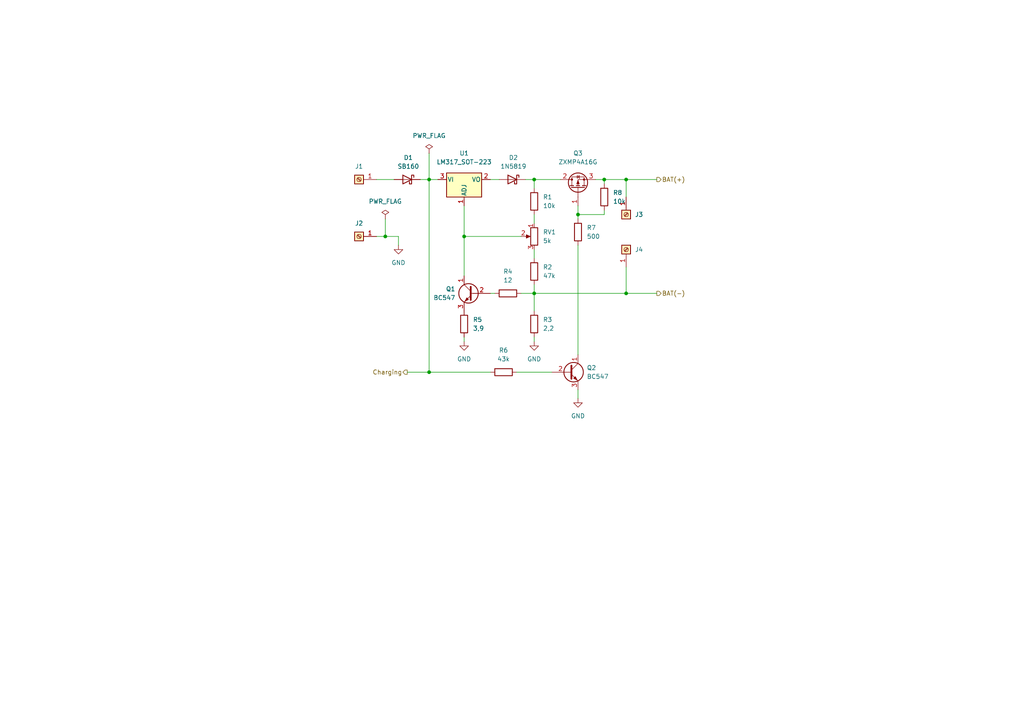
<source format=kicad_sch>
(kicad_sch (version 20211123) (generator eeschema)

  (uuid 808e37c9-7557-4dee-84e5-f8edbce69e8f)

  (paper "A4")

  (lib_symbols
    (symbol "Connector:Screw_Terminal_01x01" (pin_names (offset 1.016) hide) (in_bom yes) (on_board yes)
      (property "Reference" "J" (id 0) (at 0 2.54 0)
        (effects (font (size 1.27 1.27)))
      )
      (property "Value" "Screw_Terminal_01x01" (id 1) (at 0 -2.54 0)
        (effects (font (size 1.27 1.27)))
      )
      (property "Footprint" "" (id 2) (at 0 0 0)
        (effects (font (size 1.27 1.27)) hide)
      )
      (property "Datasheet" "~" (id 3) (at 0 0 0)
        (effects (font (size 1.27 1.27)) hide)
      )
      (property "ki_keywords" "screw terminal" (id 4) (at 0 0 0)
        (effects (font (size 1.27 1.27)) hide)
      )
      (property "ki_description" "Generic screw terminal, single row, 01x01, script generated (kicad-library-utils/schlib/autogen/connector/)" (id 5) (at 0 0 0)
        (effects (font (size 1.27 1.27)) hide)
      )
      (property "ki_fp_filters" "TerminalBlock*:*" (id 6) (at 0 0 0)
        (effects (font (size 1.27 1.27)) hide)
      )
      (symbol "Screw_Terminal_01x01_1_1"
        (rectangle (start -1.27 1.27) (end 1.27 -1.27)
          (stroke (width 0.254) (type default) (color 0 0 0 0))
          (fill (type background))
        )
        (polyline
          (pts
            (xy -0.5334 0.3302)
            (xy 0.3302 -0.508)
          )
          (stroke (width 0.1524) (type default) (color 0 0 0 0))
          (fill (type none))
        )
        (polyline
          (pts
            (xy -0.3556 0.508)
            (xy 0.508 -0.3302)
          )
          (stroke (width 0.1524) (type default) (color 0 0 0 0))
          (fill (type none))
        )
        (circle (center 0 0) (radius 0.635)
          (stroke (width 0.1524) (type default) (color 0 0 0 0))
          (fill (type none))
        )
        (pin passive line (at -5.08 0 0) (length 3.81)
          (name "Pin_1" (effects (font (size 1.27 1.27))))
          (number "1" (effects (font (size 1.27 1.27))))
        )
      )
    )
    (symbol "Device:R" (pin_numbers hide) (pin_names (offset 0)) (in_bom yes) (on_board yes)
      (property "Reference" "R" (id 0) (at 2.032 0 90)
        (effects (font (size 1.27 1.27)))
      )
      (property "Value" "R" (id 1) (at 0 0 90)
        (effects (font (size 1.27 1.27)))
      )
      (property "Footprint" "" (id 2) (at -1.778 0 90)
        (effects (font (size 1.27 1.27)) hide)
      )
      (property "Datasheet" "~" (id 3) (at 0 0 0)
        (effects (font (size 1.27 1.27)) hide)
      )
      (property "ki_keywords" "R res resistor" (id 4) (at 0 0 0)
        (effects (font (size 1.27 1.27)) hide)
      )
      (property "ki_description" "Resistor" (id 5) (at 0 0 0)
        (effects (font (size 1.27 1.27)) hide)
      )
      (property "ki_fp_filters" "R_*" (id 6) (at 0 0 0)
        (effects (font (size 1.27 1.27)) hide)
      )
      (symbol "R_0_1"
        (rectangle (start -1.016 -2.54) (end 1.016 2.54)
          (stroke (width 0.254) (type default) (color 0 0 0 0))
          (fill (type none))
        )
      )
      (symbol "R_1_1"
        (pin passive line (at 0 3.81 270) (length 1.27)
          (name "~" (effects (font (size 1.27 1.27))))
          (number "1" (effects (font (size 1.27 1.27))))
        )
        (pin passive line (at 0 -3.81 90) (length 1.27)
          (name "~" (effects (font (size 1.27 1.27))))
          (number "2" (effects (font (size 1.27 1.27))))
        )
      )
    )
    (symbol "Device:R_Potentiometer" (pin_names (offset 1.016) hide) (in_bom yes) (on_board yes)
      (property "Reference" "RV" (id 0) (at -4.445 0 90)
        (effects (font (size 1.27 1.27)))
      )
      (property "Value" "R_Potentiometer" (id 1) (at -2.54 0 90)
        (effects (font (size 1.27 1.27)))
      )
      (property "Footprint" "" (id 2) (at 0 0 0)
        (effects (font (size 1.27 1.27)) hide)
      )
      (property "Datasheet" "~" (id 3) (at 0 0 0)
        (effects (font (size 1.27 1.27)) hide)
      )
      (property "ki_keywords" "resistor variable" (id 4) (at 0 0 0)
        (effects (font (size 1.27 1.27)) hide)
      )
      (property "ki_description" "Potentiometer" (id 5) (at 0 0 0)
        (effects (font (size 1.27 1.27)) hide)
      )
      (property "ki_fp_filters" "Potentiometer*" (id 6) (at 0 0 0)
        (effects (font (size 1.27 1.27)) hide)
      )
      (symbol "R_Potentiometer_0_1"
        (polyline
          (pts
            (xy 2.54 0)
            (xy 1.524 0)
          )
          (stroke (width 0) (type default) (color 0 0 0 0))
          (fill (type none))
        )
        (polyline
          (pts
            (xy 1.143 0)
            (xy 2.286 0.508)
            (xy 2.286 -0.508)
            (xy 1.143 0)
          )
          (stroke (width 0) (type default) (color 0 0 0 0))
          (fill (type outline))
        )
        (rectangle (start 1.016 2.54) (end -1.016 -2.54)
          (stroke (width 0.254) (type default) (color 0 0 0 0))
          (fill (type none))
        )
      )
      (symbol "R_Potentiometer_1_1"
        (pin passive line (at 0 3.81 270) (length 1.27)
          (name "1" (effects (font (size 1.27 1.27))))
          (number "1" (effects (font (size 1.27 1.27))))
        )
        (pin passive line (at 3.81 0 180) (length 1.27)
          (name "2" (effects (font (size 1.27 1.27))))
          (number "2" (effects (font (size 1.27 1.27))))
        )
        (pin passive line (at 0 -3.81 90) (length 1.27)
          (name "3" (effects (font (size 1.27 1.27))))
          (number "3" (effects (font (size 1.27 1.27))))
        )
      )
    )
    (symbol "Diode:1N5819" (pin_numbers hide) (pin_names (offset 1.016) hide) (in_bom yes) (on_board yes)
      (property "Reference" "D" (id 0) (at 0 2.54 0)
        (effects (font (size 1.27 1.27)))
      )
      (property "Value" "1N5819" (id 1) (at 0 -2.54 0)
        (effects (font (size 1.27 1.27)))
      )
      (property "Footprint" "Diode_THT:D_DO-41_SOD81_P10.16mm_Horizontal" (id 2) (at 0 -4.445 0)
        (effects (font (size 1.27 1.27)) hide)
      )
      (property "Datasheet" "http://www.vishay.com/docs/88525/1n5817.pdf" (id 3) (at 0 0 0)
        (effects (font (size 1.27 1.27)) hide)
      )
      (property "ki_keywords" "diode Schottky" (id 4) (at 0 0 0)
        (effects (font (size 1.27 1.27)) hide)
      )
      (property "ki_description" "40V 1A Schottky Barrier Rectifier Diode, DO-41" (id 5) (at 0 0 0)
        (effects (font (size 1.27 1.27)) hide)
      )
      (property "ki_fp_filters" "D*DO?41*" (id 6) (at 0 0 0)
        (effects (font (size 1.27 1.27)) hide)
      )
      (symbol "1N5819_0_1"
        (polyline
          (pts
            (xy 1.27 0)
            (xy -1.27 0)
          )
          (stroke (width 0) (type default) (color 0 0 0 0))
          (fill (type none))
        )
        (polyline
          (pts
            (xy 1.27 1.27)
            (xy 1.27 -1.27)
            (xy -1.27 0)
            (xy 1.27 1.27)
          )
          (stroke (width 0.254) (type default) (color 0 0 0 0))
          (fill (type none))
        )
        (polyline
          (pts
            (xy -1.905 0.635)
            (xy -1.905 1.27)
            (xy -1.27 1.27)
            (xy -1.27 -1.27)
            (xy -0.635 -1.27)
            (xy -0.635 -0.635)
          )
          (stroke (width 0.254) (type default) (color 0 0 0 0))
          (fill (type none))
        )
      )
      (symbol "1N5819_1_1"
        (pin passive line (at -3.81 0 0) (length 2.54)
          (name "K" (effects (font (size 1.27 1.27))))
          (number "1" (effects (font (size 1.27 1.27))))
        )
        (pin passive line (at 3.81 0 180) (length 2.54)
          (name "A" (effects (font (size 1.27 1.27))))
          (number "2" (effects (font (size 1.27 1.27))))
        )
      )
    )
    (symbol "Diode:SB160" (pin_numbers hide) (pin_names (offset 1.016) hide) (in_bom yes) (on_board yes)
      (property "Reference" "D" (id 0) (at 0 2.54 0)
        (effects (font (size 1.27 1.27)))
      )
      (property "Value" "SB160" (id 1) (at 0 -2.54 0)
        (effects (font (size 1.27 1.27)))
      )
      (property "Footprint" "Diode_THT:D_DO-41_SOD81_P10.16mm_Horizontal" (id 2) (at 0 -4.445 0)
        (effects (font (size 1.27 1.27)) hide)
      )
      (property "Datasheet" "http://www.diodes.com/_files/datasheets/ds23022.pdf" (id 3) (at 0 0 0)
        (effects (font (size 1.27 1.27)) hide)
      )
      (property "ki_keywords" "diode Schottky" (id 4) (at 0 0 0)
        (effects (font (size 1.27 1.27)) hide)
      )
      (property "ki_description" "60V 1A Schottky Barrier Rectifier Diode, DO-41" (id 5) (at 0 0 0)
        (effects (font (size 1.27 1.27)) hide)
      )
      (property "ki_fp_filters" "D*DO?41*" (id 6) (at 0 0 0)
        (effects (font (size 1.27 1.27)) hide)
      )
      (symbol "SB160_0_1"
        (polyline
          (pts
            (xy 1.27 0)
            (xy -1.27 0)
          )
          (stroke (width 0) (type default) (color 0 0 0 0))
          (fill (type none))
        )
        (polyline
          (pts
            (xy 1.27 1.27)
            (xy 1.27 -1.27)
            (xy -1.27 0)
            (xy 1.27 1.27)
          )
          (stroke (width 0.254) (type default) (color 0 0 0 0))
          (fill (type none))
        )
        (polyline
          (pts
            (xy -1.905 0.635)
            (xy -1.905 1.27)
            (xy -1.27 1.27)
            (xy -1.27 -1.27)
            (xy -0.635 -1.27)
            (xy -0.635 -0.635)
          )
          (stroke (width 0.254) (type default) (color 0 0 0 0))
          (fill (type none))
        )
      )
      (symbol "SB160_1_1"
        (pin passive line (at -3.81 0 0) (length 2.54)
          (name "K" (effects (font (size 1.27 1.27))))
          (number "1" (effects (font (size 1.27 1.27))))
        )
        (pin passive line (at 3.81 0 180) (length 2.54)
          (name "A" (effects (font (size 1.27 1.27))))
          (number "2" (effects (font (size 1.27 1.27))))
        )
      )
    )
    (symbol "Regulator_Linear:LM317_SOT-223" (pin_names (offset 0.254)) (in_bom yes) (on_board yes)
      (property "Reference" "U" (id 0) (at -3.81 3.175 0)
        (effects (font (size 1.27 1.27)))
      )
      (property "Value" "LM317_SOT-223" (id 1) (at 0 3.175 0)
        (effects (font (size 1.27 1.27)) (justify left))
      )
      (property "Footprint" "Package_TO_SOT_SMD:SOT-223-3_TabPin2" (id 2) (at 0 6.35 0)
        (effects (font (size 1.27 1.27) italic) hide)
      )
      (property "Datasheet" "http://www.ti.com/lit/ds/symlink/lm317.pdf" (id 3) (at 0 0 0)
        (effects (font (size 1.27 1.27)) hide)
      )
      (property "ki_keywords" "Adjustable Voltage Regulator 1A Positive" (id 4) (at 0 0 0)
        (effects (font (size 1.27 1.27)) hide)
      )
      (property "ki_description" "1.5A 35V Adjustable Linear Regulator, SOT-223" (id 5) (at 0 0 0)
        (effects (font (size 1.27 1.27)) hide)
      )
      (property "ki_fp_filters" "SOT?223*TabPin2*" (id 6) (at 0 0 0)
        (effects (font (size 1.27 1.27)) hide)
      )
      (symbol "LM317_SOT-223_0_1"
        (rectangle (start -5.08 1.905) (end 5.08 -5.08)
          (stroke (width 0.254) (type default) (color 0 0 0 0))
          (fill (type background))
        )
      )
      (symbol "LM317_SOT-223_1_1"
        (pin input line (at 0 -7.62 90) (length 2.54)
          (name "ADJ" (effects (font (size 1.27 1.27))))
          (number "1" (effects (font (size 1.27 1.27))))
        )
        (pin power_out line (at 7.62 0 180) (length 2.54)
          (name "VO" (effects (font (size 1.27 1.27))))
          (number "2" (effects (font (size 1.27 1.27))))
        )
        (pin power_in line (at -7.62 0 0) (length 2.54)
          (name "VI" (effects (font (size 1.27 1.27))))
          (number "3" (effects (font (size 1.27 1.27))))
        )
      )
    )
    (symbol "Transistor_BJT:BC547" (pin_names (offset 0) hide) (in_bom yes) (on_board yes)
      (property "Reference" "Q" (id 0) (at 5.08 1.905 0)
        (effects (font (size 1.27 1.27)) (justify left))
      )
      (property "Value" "BC547" (id 1) (at 5.08 0 0)
        (effects (font (size 1.27 1.27)) (justify left))
      )
      (property "Footprint" "Package_TO_SOT_THT:TO-92_Inline" (id 2) (at 5.08 -1.905 0)
        (effects (font (size 1.27 1.27) italic) (justify left) hide)
      )
      (property "Datasheet" "https://www.onsemi.com/pub/Collateral/BC550-D.pdf" (id 3) (at 0 0 0)
        (effects (font (size 1.27 1.27)) (justify left) hide)
      )
      (property "ki_keywords" "NPN Transistor" (id 4) (at 0 0 0)
        (effects (font (size 1.27 1.27)) hide)
      )
      (property "ki_description" "0.1A Ic, 45V Vce, Small Signal NPN Transistor, TO-92" (id 5) (at 0 0 0)
        (effects (font (size 1.27 1.27)) hide)
      )
      (property "ki_fp_filters" "TO?92*" (id 6) (at 0 0 0)
        (effects (font (size 1.27 1.27)) hide)
      )
      (symbol "BC547_0_1"
        (polyline
          (pts
            (xy 0 0)
            (xy 0.635 0)
          )
          (stroke (width 0) (type default) (color 0 0 0 0))
          (fill (type none))
        )
        (polyline
          (pts
            (xy 0.635 0.635)
            (xy 2.54 2.54)
          )
          (stroke (width 0) (type default) (color 0 0 0 0))
          (fill (type none))
        )
        (polyline
          (pts
            (xy 0.635 -0.635)
            (xy 2.54 -2.54)
            (xy 2.54 -2.54)
          )
          (stroke (width 0) (type default) (color 0 0 0 0))
          (fill (type none))
        )
        (polyline
          (pts
            (xy 0.635 1.905)
            (xy 0.635 -1.905)
            (xy 0.635 -1.905)
          )
          (stroke (width 0.508) (type default) (color 0 0 0 0))
          (fill (type none))
        )
        (polyline
          (pts
            (xy 1.27 -1.778)
            (xy 1.778 -1.27)
            (xy 2.286 -2.286)
            (xy 1.27 -1.778)
            (xy 1.27 -1.778)
          )
          (stroke (width 0) (type default) (color 0 0 0 0))
          (fill (type outline))
        )
        (circle (center 1.27 0) (radius 2.8194)
          (stroke (width 0.254) (type default) (color 0 0 0 0))
          (fill (type none))
        )
      )
      (symbol "BC547_1_1"
        (pin passive line (at 2.54 5.08 270) (length 2.54)
          (name "C" (effects (font (size 1.27 1.27))))
          (number "1" (effects (font (size 1.27 1.27))))
        )
        (pin input line (at -5.08 0 0) (length 5.08)
          (name "B" (effects (font (size 1.27 1.27))))
          (number "2" (effects (font (size 1.27 1.27))))
        )
        (pin passive line (at 2.54 -5.08 90) (length 2.54)
          (name "E" (effects (font (size 1.27 1.27))))
          (number "3" (effects (font (size 1.27 1.27))))
        )
      )
    )
    (symbol "Transistor_FET:ZXMP4A16G" (pin_names hide) (in_bom yes) (on_board yes)
      (property "Reference" "Q" (id 0) (at 5.08 1.905 0)
        (effects (font (size 1.27 1.27)) (justify left))
      )
      (property "Value" "ZXMP4A16G" (id 1) (at 5.08 0 0)
        (effects (font (size 1.27 1.27)) (justify left))
      )
      (property "Footprint" "Package_TO_SOT_SMD:SOT-223-3_TabPin2" (id 2) (at 5.08 -1.905 0)
        (effects (font (size 1.27 1.27) italic) (justify left) hide)
      )
      (property "Datasheet" "https://www.diodes.com/assets/Datasheets/ZXMP4A16G.pdf" (id 3) (at 0 0 0)
        (effects (font (size 1.27 1.27)) (justify left) hide)
      )
      (property "ki_keywords" "P-Channel MOSFET" (id 4) (at 0 0 0)
        (effects (font (size 1.27 1.27)) hide)
      )
      (property "ki_description" "-6.4A Id, -40V Vds, P-Channel MOSFET, SOT-223" (id 5) (at 0 0 0)
        (effects (font (size 1.27 1.27)) hide)
      )
      (property "ki_fp_filters" "SOT?223*" (id 6) (at 0 0 0)
        (effects (font (size 1.27 1.27)) hide)
      )
      (symbol "ZXMP4A16G_0_1"
        (polyline
          (pts
            (xy 0.254 0)
            (xy -2.54 0)
          )
          (stroke (width 0) (type default) (color 0 0 0 0))
          (fill (type none))
        )
        (polyline
          (pts
            (xy 0.254 1.905)
            (xy 0.254 -1.905)
          )
          (stroke (width 0.254) (type default) (color 0 0 0 0))
          (fill (type none))
        )
        (polyline
          (pts
            (xy 0.762 -1.27)
            (xy 0.762 -2.286)
          )
          (stroke (width 0.254) (type default) (color 0 0 0 0))
          (fill (type none))
        )
        (polyline
          (pts
            (xy 0.762 0.508)
            (xy 0.762 -0.508)
          )
          (stroke (width 0.254) (type default) (color 0 0 0 0))
          (fill (type none))
        )
        (polyline
          (pts
            (xy 0.762 2.286)
            (xy 0.762 1.27)
          )
          (stroke (width 0.254) (type default) (color 0 0 0 0))
          (fill (type none))
        )
        (polyline
          (pts
            (xy 2.54 2.54)
            (xy 2.54 1.778)
          )
          (stroke (width 0) (type default) (color 0 0 0 0))
          (fill (type none))
        )
        (polyline
          (pts
            (xy 2.54 -2.54)
            (xy 2.54 0)
            (xy 0.762 0)
          )
          (stroke (width 0) (type default) (color 0 0 0 0))
          (fill (type none))
        )
        (polyline
          (pts
            (xy 0.762 1.778)
            (xy 3.302 1.778)
            (xy 3.302 -1.778)
            (xy 0.762 -1.778)
          )
          (stroke (width 0) (type default) (color 0 0 0 0))
          (fill (type none))
        )
        (polyline
          (pts
            (xy 2.286 0)
            (xy 1.27 0.381)
            (xy 1.27 -0.381)
            (xy 2.286 0)
          )
          (stroke (width 0) (type default) (color 0 0 0 0))
          (fill (type outline))
        )
        (polyline
          (pts
            (xy 2.794 -0.508)
            (xy 2.921 -0.381)
            (xy 3.683 -0.381)
            (xy 3.81 -0.254)
          )
          (stroke (width 0) (type default) (color 0 0 0 0))
          (fill (type none))
        )
        (polyline
          (pts
            (xy 3.302 -0.381)
            (xy 2.921 0.254)
            (xy 3.683 0.254)
            (xy 3.302 -0.381)
          )
          (stroke (width 0) (type default) (color 0 0 0 0))
          (fill (type none))
        )
        (circle (center 1.651 0) (radius 2.794)
          (stroke (width 0.254) (type default) (color 0 0 0 0))
          (fill (type none))
        )
        (circle (center 2.54 -1.778) (radius 0.254)
          (stroke (width 0) (type default) (color 0 0 0 0))
          (fill (type outline))
        )
        (circle (center 2.54 1.778) (radius 0.254)
          (stroke (width 0) (type default) (color 0 0 0 0))
          (fill (type outline))
        )
      )
      (symbol "ZXMP4A16G_1_1"
        (pin input line (at -5.08 0 0) (length 2.54)
          (name "G" (effects (font (size 1.27 1.27))))
          (number "1" (effects (font (size 1.27 1.27))))
        )
        (pin passive line (at 2.54 5.08 270) (length 2.54)
          (name "D" (effects (font (size 1.27 1.27))))
          (number "2" (effects (font (size 1.27 1.27))))
        )
        (pin passive line (at 2.54 -5.08 90) (length 2.54)
          (name "S" (effects (font (size 1.27 1.27))))
          (number "3" (effects (font (size 1.27 1.27))))
        )
      )
    )
    (symbol "power:GND" (power) (pin_names (offset 0)) (in_bom yes) (on_board yes)
      (property "Reference" "#PWR" (id 0) (at 0 -6.35 0)
        (effects (font (size 1.27 1.27)) hide)
      )
      (property "Value" "GND" (id 1) (at 0 -3.81 0)
        (effects (font (size 1.27 1.27)))
      )
      (property "Footprint" "" (id 2) (at 0 0 0)
        (effects (font (size 1.27 1.27)) hide)
      )
      (property "Datasheet" "" (id 3) (at 0 0 0)
        (effects (font (size 1.27 1.27)) hide)
      )
      (property "ki_keywords" "power-flag" (id 4) (at 0 0 0)
        (effects (font (size 1.27 1.27)) hide)
      )
      (property "ki_description" "Power symbol creates a global label with name \"GND\" , ground" (id 5) (at 0 0 0)
        (effects (font (size 1.27 1.27)) hide)
      )
      (symbol "GND_0_1"
        (polyline
          (pts
            (xy 0 0)
            (xy 0 -1.27)
            (xy 1.27 -1.27)
            (xy 0 -2.54)
            (xy -1.27 -1.27)
            (xy 0 -1.27)
          )
          (stroke (width 0) (type default) (color 0 0 0 0))
          (fill (type none))
        )
      )
      (symbol "GND_1_1"
        (pin power_in line (at 0 0 270) (length 0) hide
          (name "GND" (effects (font (size 1.27 1.27))))
          (number "1" (effects (font (size 1.27 1.27))))
        )
      )
    )
    (symbol "power:PWR_FLAG" (power) (pin_numbers hide) (pin_names (offset 0) hide) (in_bom yes) (on_board yes)
      (property "Reference" "#FLG" (id 0) (at 0 1.905 0)
        (effects (font (size 1.27 1.27)) hide)
      )
      (property "Value" "PWR_FLAG" (id 1) (at 0 3.81 0)
        (effects (font (size 1.27 1.27)))
      )
      (property "Footprint" "" (id 2) (at 0 0 0)
        (effects (font (size 1.27 1.27)) hide)
      )
      (property "Datasheet" "~" (id 3) (at 0 0 0)
        (effects (font (size 1.27 1.27)) hide)
      )
      (property "ki_keywords" "power-flag" (id 4) (at 0 0 0)
        (effects (font (size 1.27 1.27)) hide)
      )
      (property "ki_description" "Special symbol for telling ERC where power comes from" (id 5) (at 0 0 0)
        (effects (font (size 1.27 1.27)) hide)
      )
      (symbol "PWR_FLAG_0_0"
        (pin power_out line (at 0 0 90) (length 0)
          (name "pwr" (effects (font (size 1.27 1.27))))
          (number "1" (effects (font (size 1.27 1.27))))
        )
      )
      (symbol "PWR_FLAG_0_1"
        (polyline
          (pts
            (xy 0 0)
            (xy 0 1.27)
            (xy -1.016 1.905)
            (xy 0 2.54)
            (xy 1.016 1.905)
            (xy 0 1.27)
          )
          (stroke (width 0) (type default) (color 0 0 0 0))
          (fill (type none))
        )
      )
    )
  )

  (junction (at 124.46 107.95) (diameter 0) (color 0 0 0 0)
    (uuid 1049b980-18ba-4b0f-bb5c-2c17d0a6432d)
  )
  (junction (at 154.94 85.09) (diameter 0) (color 0 0 0 0)
    (uuid 1c28384a-8c83-41cd-adf0-1b94e2269d34)
  )
  (junction (at 181.61 85.09) (diameter 0) (color 0 0 0 0)
    (uuid 7567ac1c-aa8f-491c-ba27-b607d346a903)
  )
  (junction (at 167.64 62.23) (diameter 0) (color 0 0 0 0)
    (uuid a340ab6d-9903-40cb-aa5d-49d9206ba0f7)
  )
  (junction (at 124.46 52.07) (diameter 0) (color 0 0 0 0)
    (uuid b99a815e-8a1d-44b4-9836-b4cef9806c23)
  )
  (junction (at 154.94 52.07) (diameter 0) (color 0 0 0 0)
    (uuid cc099bfc-daf7-47c6-b261-ece533e67911)
  )
  (junction (at 111.76 68.58) (diameter 0) (color 0 0 0 0)
    (uuid d4308a10-ac84-4f4c-baa8-355109eaf25f)
  )
  (junction (at 181.61 52.07) (diameter 0) (color 0 0 0 0)
    (uuid d7c2f242-b618-4a1d-8be5-e09d3e5a28b8)
  )
  (junction (at 134.62 68.58) (diameter 0) (color 0 0 0 0)
    (uuid e346254c-2d1a-491d-b485-0f165d90b647)
  )
  (junction (at 175.26 52.07) (diameter 0) (color 0 0 0 0)
    (uuid f9980e8c-24a2-401d-ba2a-42e0fa7129b0)
  )

  (wire (pts (xy 124.46 44.45) (xy 124.46 52.07))
    (stroke (width 0) (type default) (color 0 0 0 0))
    (uuid 045d84a8-6511-4795-9652-74275937c23a)
  )
  (wire (pts (xy 142.24 107.95) (xy 124.46 107.95))
    (stroke (width 0) (type default) (color 0 0 0 0))
    (uuid 05b410da-dd96-4e41-91a3-5c6fe84aabae)
  )
  (wire (pts (xy 134.62 68.58) (xy 134.62 80.01))
    (stroke (width 0) (type default) (color 0 0 0 0))
    (uuid 0dc9b817-f338-484e-845f-15c4bafda914)
  )
  (wire (pts (xy 181.61 57.15) (xy 181.61 52.07))
    (stroke (width 0) (type default) (color 0 0 0 0))
    (uuid 0f89da3a-60c8-4049-8321-73e9faa05a44)
  )
  (wire (pts (xy 167.64 71.12) (xy 167.64 102.87))
    (stroke (width 0) (type default) (color 0 0 0 0))
    (uuid 10f5cfb8-6ecf-4953-8b58-bf51fd6bce02)
  )
  (wire (pts (xy 111.76 63.5) (xy 111.76 68.58))
    (stroke (width 0) (type default) (color 0 0 0 0))
    (uuid 164dc5ab-ec5d-4fe4-9031-cbb58f6f5477)
  )
  (wire (pts (xy 124.46 52.07) (xy 127 52.07))
    (stroke (width 0) (type default) (color 0 0 0 0))
    (uuid 178faf2f-fe06-49b5-bad9-af677521fbb1)
  )
  (wire (pts (xy 154.94 52.07) (xy 162.56 52.07))
    (stroke (width 0) (type default) (color 0 0 0 0))
    (uuid 18a6d96f-970d-4d2c-a251-9e2e14f3fcf1)
  )
  (wire (pts (xy 181.61 52.07) (xy 175.26 52.07))
    (stroke (width 0) (type default) (color 0 0 0 0))
    (uuid 2961703f-aa80-41c3-9e78-1fb3beb9d337)
  )
  (wire (pts (xy 134.62 59.69) (xy 134.62 68.58))
    (stroke (width 0) (type default) (color 0 0 0 0))
    (uuid 2c05f545-c610-464c-952b-32a26ae6196a)
  )
  (wire (pts (xy 118.11 107.95) (xy 124.46 107.95))
    (stroke (width 0) (type default) (color 0 0 0 0))
    (uuid 2d8184ce-1df5-4faf-b42e-abd92dfef2b8)
  )
  (wire (pts (xy 151.13 85.09) (xy 154.94 85.09))
    (stroke (width 0) (type default) (color 0 0 0 0))
    (uuid 3be07d4f-8c3f-415c-830e-832413e8c4b7)
  )
  (wire (pts (xy 134.62 68.58) (xy 151.13 68.58))
    (stroke (width 0) (type default) (color 0 0 0 0))
    (uuid 522900ce-4b8d-4986-9326-f20d5956de84)
  )
  (wire (pts (xy 181.61 77.47) (xy 181.61 85.09))
    (stroke (width 0) (type default) (color 0 0 0 0))
    (uuid 5e42748a-0f2b-4f7c-bd97-811353bc9fad)
  )
  (wire (pts (xy 109.22 52.07) (xy 114.3 52.07))
    (stroke (width 0) (type default) (color 0 0 0 0))
    (uuid 6ef068c7-1158-4924-bd4e-85e37fef1b39)
  )
  (wire (pts (xy 154.94 54.61) (xy 154.94 52.07))
    (stroke (width 0) (type default) (color 0 0 0 0))
    (uuid 745b01af-ba02-457b-aa88-e1d333796e5e)
  )
  (wire (pts (xy 154.94 85.09) (xy 154.94 90.17))
    (stroke (width 0) (type default) (color 0 0 0 0))
    (uuid 76b21a3f-6533-4f07-9572-d41e6a49250c)
  )
  (wire (pts (xy 172.72 52.07) (xy 175.26 52.07))
    (stroke (width 0) (type default) (color 0 0 0 0))
    (uuid 78f652f3-858c-4dca-b193-144fdf349294)
  )
  (wire (pts (xy 154.94 62.23) (xy 154.94 64.77))
    (stroke (width 0) (type default) (color 0 0 0 0))
    (uuid 7a308a82-303d-4a57-a9e9-261f82057ae0)
  )
  (wire (pts (xy 142.24 52.07) (xy 144.78 52.07))
    (stroke (width 0) (type default) (color 0 0 0 0))
    (uuid 7a3ae6a2-7f3d-4c94-b12e-c15cea25e3c4)
  )
  (wire (pts (xy 134.62 97.79) (xy 134.62 99.06))
    (stroke (width 0) (type default) (color 0 0 0 0))
    (uuid 84dcf2e3-d15f-42f3-8212-655700c2f18e)
  )
  (wire (pts (xy 154.94 52.07) (xy 152.4 52.07))
    (stroke (width 0) (type default) (color 0 0 0 0))
    (uuid 86668cf1-cca2-43df-bbe3-6291996d42a5)
  )
  (wire (pts (xy 115.57 68.58) (xy 111.76 68.58))
    (stroke (width 0) (type default) (color 0 0 0 0))
    (uuid 86c9b14b-3b31-4507-899a-258d963e93e6)
  )
  (wire (pts (xy 167.64 62.23) (xy 175.26 62.23))
    (stroke (width 0) (type default) (color 0 0 0 0))
    (uuid 896accbf-fc28-482a-9ab4-efbbd94e09ee)
  )
  (wire (pts (xy 175.26 62.23) (xy 175.26 60.96))
    (stroke (width 0) (type default) (color 0 0 0 0))
    (uuid 8ea4bec1-c534-4a9c-900e-29850e126eb8)
  )
  (wire (pts (xy 142.24 85.09) (xy 143.51 85.09))
    (stroke (width 0) (type default) (color 0 0 0 0))
    (uuid 941ed3df-ce8c-4a78-af96-fb1a1b350111)
  )
  (wire (pts (xy 121.92 52.07) (xy 124.46 52.07))
    (stroke (width 0) (type default) (color 0 0 0 0))
    (uuid 956b9b98-7a1d-411a-a621-9affae6929ee)
  )
  (wire (pts (xy 181.61 52.07) (xy 190.5 52.07))
    (stroke (width 0) (type default) (color 0 0 0 0))
    (uuid 984ca835-7845-4f23-b87d-51de754c058c)
  )
  (wire (pts (xy 175.26 52.07) (xy 175.26 53.34))
    (stroke (width 0) (type default) (color 0 0 0 0))
    (uuid 9e524e8a-47d2-45d8-a78c-7721827f4c9c)
  )
  (wire (pts (xy 149.86 107.95) (xy 160.02 107.95))
    (stroke (width 0) (type default) (color 0 0 0 0))
    (uuid af442627-3a18-40b1-bd75-4bfe2f0b2664)
  )
  (wire (pts (xy 154.94 85.09) (xy 181.61 85.09))
    (stroke (width 0) (type default) (color 0 0 0 0))
    (uuid b20599f0-9394-41e9-b270-a70c59698564)
  )
  (wire (pts (xy 115.57 71.12) (xy 115.57 68.58))
    (stroke (width 0) (type default) (color 0 0 0 0))
    (uuid b27f6d7d-f754-4e74-b025-a6d1da2caf8b)
  )
  (wire (pts (xy 167.64 62.23) (xy 167.64 63.5))
    (stroke (width 0) (type default) (color 0 0 0 0))
    (uuid bc73ed25-506b-4afd-8755-4e05425e5309)
  )
  (wire (pts (xy 111.76 68.58) (xy 109.22 68.58))
    (stroke (width 0) (type default) (color 0 0 0 0))
    (uuid bc956c90-beba-4015-ae6e-0995800a545f)
  )
  (wire (pts (xy 181.61 85.09) (xy 190.5 85.09))
    (stroke (width 0) (type default) (color 0 0 0 0))
    (uuid c6b1b1b5-8e67-491b-adb5-32a86a6d5161)
  )
  (wire (pts (xy 167.64 59.69) (xy 167.64 62.23))
    (stroke (width 0) (type default) (color 0 0 0 0))
    (uuid d468a7ab-94aa-4222-934b-d8dae4ed5656)
  )
  (wire (pts (xy 154.94 97.79) (xy 154.94 99.06))
    (stroke (width 0) (type default) (color 0 0 0 0))
    (uuid e0a15261-4626-4a4d-bc2b-af0981b24890)
  )
  (wire (pts (xy 124.46 107.95) (xy 124.46 52.07))
    (stroke (width 0) (type default) (color 0 0 0 0))
    (uuid e18d200c-0af8-4b83-a64e-b506d04e4432)
  )
  (wire (pts (xy 154.94 85.09) (xy 154.94 82.55))
    (stroke (width 0) (type default) (color 0 0 0 0))
    (uuid e518f859-b085-45a3-9348-8707df5862de)
  )
  (wire (pts (xy 167.64 113.03) (xy 167.64 115.57))
    (stroke (width 0) (type default) (color 0 0 0 0))
    (uuid e8865d6f-02b0-4fee-80aa-9f171a53fda1)
  )
  (wire (pts (xy 154.94 72.39) (xy 154.94 74.93))
    (stroke (width 0) (type default) (color 0 0 0 0))
    (uuid ebacfba8-9d90-4b13-8e38-670044ac763e)
  )

  (hierarchical_label "BAT(-)" (shape output) (at 190.5 85.09 0)
    (effects (font (size 1.27 1.27)) (justify left))
    (uuid 8b592d3b-0824-49ef-b381-84f8518dcee3)
  )
  (hierarchical_label "BAT(+)" (shape output) (at 190.5 52.07 0)
    (effects (font (size 1.27 1.27)) (justify left))
    (uuid 95e547b1-7c64-453a-b007-6259788a1b26)
  )
  (hierarchical_label "Charging" (shape output) (at 118.11 107.95 180)
    (effects (font (size 1.27 1.27)) (justify right))
    (uuid d6040b4c-c448-4613-ab0d-943ee0ea6ecc)
  )

  (symbol (lib_id "Transistor_FET:ZXMP4A16G") (at 167.64 54.61 90) (unit 1)
    (in_bom yes) (on_board yes) (fields_autoplaced)
    (uuid 16a9718d-07c5-4df3-afa2-28f0913d98b2)
    (property "Reference" "Q3" (id 0) (at 167.64 44.45 90))
    (property "Value" "ZXMP4A16G" (id 1) (at 167.64 46.99 90))
    (property "Footprint" "Package_TO_SOT_SMD:SOT-223-3_TabPin2" (id 2) (at 169.545 49.53 0)
      (effects (font (size 1.27 1.27) italic) (justify left) hide)
    )
    (property "Datasheet" "https://www.diodes.com/assets/Datasheets/ZXMP4A16G.pdf" (id 3) (at 167.64 54.61 0)
      (effects (font (size 1.27 1.27)) (justify left) hide)
    )
    (pin "1" (uuid 79749ec6-a9cd-48b1-a855-66c2f58bc121))
    (pin "2" (uuid 9f55be82-5545-4a13-9d43-7cd927d46c09))
    (pin "3" (uuid 3bf70a6c-cb59-441d-9e44-8131c613eb74))
  )

  (symbol (lib_id "power:GND") (at 134.62 99.06 0) (unit 1)
    (in_bom yes) (on_board yes) (fields_autoplaced)
    (uuid 28f3bfc3-80a2-4e06-b860-d9d383c81d9b)
    (property "Reference" "#PWR0104" (id 0) (at 134.62 105.41 0)
      (effects (font (size 1.27 1.27)) hide)
    )
    (property "Value" "GND" (id 1) (at 134.62 104.14 0))
    (property "Footprint" "" (id 2) (at 134.62 99.06 0)
      (effects (font (size 1.27 1.27)) hide)
    )
    (property "Datasheet" "" (id 3) (at 134.62 99.06 0)
      (effects (font (size 1.27 1.27)) hide)
    )
    (pin "1" (uuid a129527b-b5da-455f-aca6-af0100ee5600))
  )

  (symbol (lib_id "power:PWR_FLAG") (at 111.76 63.5 0) (unit 1)
    (in_bom yes) (on_board yes) (fields_autoplaced)
    (uuid 2ed13781-d0be-4870-9fcd-de3545f714e2)
    (property "Reference" "#FLG0102" (id 0) (at 111.76 61.595 0)
      (effects (font (size 1.27 1.27)) hide)
    )
    (property "Value" "PWR_FLAG" (id 1) (at 111.76 58.42 0))
    (property "Footprint" "" (id 2) (at 111.76 63.5 0)
      (effects (font (size 1.27 1.27)) hide)
    )
    (property "Datasheet" "~" (id 3) (at 111.76 63.5 0)
      (effects (font (size 1.27 1.27)) hide)
    )
    (pin "1" (uuid 8dbd1646-50f5-49e9-be14-f0a214b4224c))
  )

  (symbol (lib_id "Device:R") (at 154.94 78.74 0) (unit 1)
    (in_bom yes) (on_board yes) (fields_autoplaced)
    (uuid 31e58f8e-484f-4ce1-9102-8b3a7001fe97)
    (property "Reference" "R2" (id 0) (at 157.48 77.4699 0)
      (effects (font (size 1.27 1.27)) (justify left))
    )
    (property "Value" "47k" (id 1) (at 157.48 80.0099 0)
      (effects (font (size 1.27 1.27)) (justify left))
    )
    (property "Footprint" "" (id 2) (at 153.162 78.74 90)
      (effects (font (size 1.27 1.27)) hide)
    )
    (property "Datasheet" "~" (id 3) (at 154.94 78.74 0)
      (effects (font (size 1.27 1.27)) hide)
    )
    (pin "1" (uuid fab5b09f-c37a-4f67-9ca8-2725202be965))
    (pin "2" (uuid 79878d61-58ce-462f-81a6-e0f55e5c325b))
  )

  (symbol (lib_id "Device:R") (at 147.32 85.09 90) (unit 1)
    (in_bom yes) (on_board yes) (fields_autoplaced)
    (uuid 3473ebaf-731d-4ff3-8844-577d407dd848)
    (property "Reference" "R4" (id 0) (at 147.32 78.74 90))
    (property "Value" "12" (id 1) (at 147.32 81.28 90))
    (property "Footprint" "" (id 2) (at 147.32 86.868 90)
      (effects (font (size 1.27 1.27)) hide)
    )
    (property "Datasheet" "~" (id 3) (at 147.32 85.09 0)
      (effects (font (size 1.27 1.27)) hide)
    )
    (pin "1" (uuid 2422e5d8-609c-422e-9c35-1d369db87b27))
    (pin "2" (uuid 5c9e3c7c-4bc1-4ca2-9cf4-20f658509f80))
  )

  (symbol (lib_id "Transistor_BJT:BC547") (at 137.16 85.09 0) (mirror y) (unit 1)
    (in_bom yes) (on_board yes) (fields_autoplaced)
    (uuid 3cf53258-732e-42f0-a07d-cac853124f5c)
    (property "Reference" "Q1" (id 0) (at 132.08 83.8199 0)
      (effects (font (size 1.27 1.27)) (justify left))
    )
    (property "Value" "BC547" (id 1) (at 132.08 86.3599 0)
      (effects (font (size 1.27 1.27)) (justify left))
    )
    (property "Footprint" "Package_TO_SOT_THT:TO-92_Inline" (id 2) (at 132.08 86.995 0)
      (effects (font (size 1.27 1.27) italic) (justify left) hide)
    )
    (property "Datasheet" "https://www.onsemi.com/pub/Collateral/BC550-D.pdf" (id 3) (at 137.16 85.09 0)
      (effects (font (size 1.27 1.27)) (justify left) hide)
    )
    (pin "1" (uuid 9481eac8-ab32-4fe0-93ae-743570a40882))
    (pin "2" (uuid 849d9057-3d58-41e1-9e35-a5179acf87ac))
    (pin "3" (uuid 1c380d61-3e9b-4767-b201-cd25779a7e70))
  )

  (symbol (lib_id "power:GND") (at 115.57 71.12 0) (unit 1)
    (in_bom yes) (on_board yes) (fields_autoplaced)
    (uuid 402a6f76-0778-4e7f-996f-8a45b404abc9)
    (property "Reference" "#PWR0103" (id 0) (at 115.57 77.47 0)
      (effects (font (size 1.27 1.27)) hide)
    )
    (property "Value" "GND" (id 1) (at 115.57 76.2 0))
    (property "Footprint" "" (id 2) (at 115.57 71.12 0)
      (effects (font (size 1.27 1.27)) hide)
    )
    (property "Datasheet" "" (id 3) (at 115.57 71.12 0)
      (effects (font (size 1.27 1.27)) hide)
    )
    (pin "1" (uuid aa36cb8b-d8ab-44ff-9968-f1a74fc166ba))
  )

  (symbol (lib_id "Device:R") (at 154.94 93.98 0) (unit 1)
    (in_bom yes) (on_board yes) (fields_autoplaced)
    (uuid 447a0e73-c773-48ee-8766-810406742932)
    (property "Reference" "R3" (id 0) (at 157.48 92.7099 0)
      (effects (font (size 1.27 1.27)) (justify left))
    )
    (property "Value" "2,2" (id 1) (at 157.48 95.2499 0)
      (effects (font (size 1.27 1.27)) (justify left))
    )
    (property "Footprint" "" (id 2) (at 153.162 93.98 90)
      (effects (font (size 1.27 1.27)) hide)
    )
    (property "Datasheet" "~" (id 3) (at 154.94 93.98 0)
      (effects (font (size 1.27 1.27)) hide)
    )
    (pin "1" (uuid 065356c3-fbcc-4a83-bb19-61faeda25a92))
    (pin "2" (uuid b01ca38a-b977-402b-904c-768fce517853))
  )

  (symbol (lib_id "Connector:Screw_Terminal_01x01") (at 104.14 52.07 180) (unit 1)
    (in_bom yes) (on_board yes) (fields_autoplaced)
    (uuid 46217997-2de1-4c68-b788-8d4a9bc64989)
    (property "Reference" "J1" (id 0) (at 104.14 48.26 0))
    (property "Value" "Screw_Terminal_01x01" (id 1) (at 102.8701 54.61 90)
      (effects (font (size 1.27 1.27)) (justify left) hide)
    )
    (property "Footprint" "" (id 2) (at 104.14 52.07 0)
      (effects (font (size 1.27 1.27)) hide)
    )
    (property "Datasheet" "~" (id 3) (at 104.14 52.07 0)
      (effects (font (size 1.27 1.27)) hide)
    )
    (pin "1" (uuid 82d5c058-6618-4fbf-87d4-a65ab52c2323))
  )

  (symbol (lib_id "Connector:Screw_Terminal_01x01") (at 181.61 62.23 270) (unit 1)
    (in_bom yes) (on_board yes) (fields_autoplaced)
    (uuid 49786339-7cb6-4228-8f38-c8c1715210aa)
    (property "Reference" "J3" (id 0) (at 184.15 62.2299 90)
      (effects (font (size 1.27 1.27)) (justify left))
    )
    (property "Value" "Screw_Terminal_01x01" (id 1) (at 184.15 63.4999 90)
      (effects (font (size 1.27 1.27)) (justify left) hide)
    )
    (property "Footprint" "" (id 2) (at 181.61 62.23 0)
      (effects (font (size 1.27 1.27)) hide)
    )
    (property "Datasheet" "~" (id 3) (at 181.61 62.23 0)
      (effects (font (size 1.27 1.27)) hide)
    )
    (pin "1" (uuid 32d15bc8-0ee5-488a-bceb-aaca7182e47c))
  )

  (symbol (lib_id "Regulator_Linear:LM317_SOT-223") (at 134.62 52.07 0) (unit 1)
    (in_bom yes) (on_board yes) (fields_autoplaced)
    (uuid 4a1e5ef9-7f86-4630-af29-4695cc12907d)
    (property "Reference" "U1" (id 0) (at 134.62 44.45 0))
    (property "Value" "LM317_SOT-223" (id 1) (at 134.62 46.99 0))
    (property "Footprint" "Package_TO_SOT_SMD:SOT-223-3_TabPin2" (id 2) (at 134.62 45.72 0)
      (effects (font (size 1.27 1.27) italic) hide)
    )
    (property "Datasheet" "http://www.ti.com/lit/ds/symlink/lm317.pdf" (id 3) (at 134.62 52.07 0)
      (effects (font (size 1.27 1.27)) hide)
    )
    (pin "1" (uuid 3f979bfa-7971-48c2-9412-5a41f67a9b17))
    (pin "2" (uuid 75c0da9c-986b-4cc7-a79c-6bfc8c0c2113))
    (pin "3" (uuid 0bd5d3bc-5d78-4b64-b592-d0a87b2dffb0))
  )

  (symbol (lib_id "power:GND") (at 154.94 99.06 0) (unit 1)
    (in_bom yes) (on_board yes) (fields_autoplaced)
    (uuid 5f479006-1c9c-419e-b9da-6c9a987c69e8)
    (property "Reference" "#PWR0102" (id 0) (at 154.94 105.41 0)
      (effects (font (size 1.27 1.27)) hide)
    )
    (property "Value" "GND" (id 1) (at 154.94 104.14 0))
    (property "Footprint" "" (id 2) (at 154.94 99.06 0)
      (effects (font (size 1.27 1.27)) hide)
    )
    (property "Datasheet" "" (id 3) (at 154.94 99.06 0)
      (effects (font (size 1.27 1.27)) hide)
    )
    (pin "1" (uuid 910a4a85-62b8-4a2f-9814-018788372b06))
  )

  (symbol (lib_id "Device:R_Potentiometer") (at 154.94 68.58 0) (mirror y) (unit 1)
    (in_bom yes) (on_board yes) (fields_autoplaced)
    (uuid 78e8662d-94fc-4bc2-a40a-0f953a447cfc)
    (property "Reference" "RV1" (id 0) (at 157.48 67.3099 0)
      (effects (font (size 1.27 1.27)) (justify right))
    )
    (property "Value" "5k" (id 1) (at 157.48 69.8499 0)
      (effects (font (size 1.27 1.27)) (justify right))
    )
    (property "Footprint" "" (id 2) (at 154.94 68.58 0)
      (effects (font (size 1.27 1.27)) hide)
    )
    (property "Datasheet" "~" (id 3) (at 154.94 68.58 0)
      (effects (font (size 1.27 1.27)) hide)
    )
    (pin "1" (uuid df3ef2b1-0d8e-4876-88c2-7e7aca65ee95))
    (pin "2" (uuid 5935374b-5bfc-4800-aead-fa4203bcec74))
    (pin "3" (uuid 3f11f626-fc5b-4b10-87ba-7aba2a9d6ccf))
  )

  (symbol (lib_id "Transistor_BJT:BC547") (at 165.1 107.95 0) (unit 1)
    (in_bom yes) (on_board yes) (fields_autoplaced)
    (uuid 82e54435-605c-4821-9d9c-17675972430c)
    (property "Reference" "Q2" (id 0) (at 170.18 106.6799 0)
      (effects (font (size 1.27 1.27)) (justify left))
    )
    (property "Value" "BC547" (id 1) (at 170.18 109.2199 0)
      (effects (font (size 1.27 1.27)) (justify left))
    )
    (property "Footprint" "Package_TO_SOT_THT:TO-92_Inline" (id 2) (at 170.18 109.855 0)
      (effects (font (size 1.27 1.27) italic) (justify left) hide)
    )
    (property "Datasheet" "https://www.onsemi.com/pub/Collateral/BC550-D.pdf" (id 3) (at 165.1 107.95 0)
      (effects (font (size 1.27 1.27)) (justify left) hide)
    )
    (pin "1" (uuid 8fab754a-688e-44c5-940a-ad1c03b1d1f1))
    (pin "2" (uuid 8f45b06f-190f-4d08-b9fb-a535e879220e))
    (pin "3" (uuid 4981cba2-ff2c-4b27-b846-5a3f3d1a31e0))
  )

  (symbol (lib_id "Device:R") (at 154.94 58.42 0) (unit 1)
    (in_bom yes) (on_board yes) (fields_autoplaced)
    (uuid 84b8deee-c7b7-42c5-8eed-af6813d15d5c)
    (property "Reference" "R1" (id 0) (at 157.48 57.1499 0)
      (effects (font (size 1.27 1.27)) (justify left))
    )
    (property "Value" "10k" (id 1) (at 157.48 59.6899 0)
      (effects (font (size 1.27 1.27)) (justify left))
    )
    (property "Footprint" "" (id 2) (at 153.162 58.42 90)
      (effects (font (size 1.27 1.27)) hide)
    )
    (property "Datasheet" "~" (id 3) (at 154.94 58.42 0)
      (effects (font (size 1.27 1.27)) hide)
    )
    (pin "1" (uuid 17d53b73-e74d-4228-b461-a7e31e916512))
    (pin "2" (uuid 65a5d77a-c734-43d2-87ec-4b61e7db170c))
  )

  (symbol (lib_id "Device:R") (at 146.05 107.95 90) (mirror x) (unit 1)
    (in_bom yes) (on_board yes) (fields_autoplaced)
    (uuid 9901a603-d1e1-4ce2-9c83-f388bdbdad36)
    (property "Reference" "R6" (id 0) (at 146.05 101.6 90))
    (property "Value" "43k" (id 1) (at 146.05 104.14 90))
    (property "Footprint" "" (id 2) (at 146.05 106.172 90)
      (effects (font (size 1.27 1.27)) hide)
    )
    (property "Datasheet" "~" (id 3) (at 146.05 107.95 0)
      (effects (font (size 1.27 1.27)) hide)
    )
    (pin "1" (uuid de285065-8310-478a-bd6c-18f67ed3f4bf))
    (pin "2" (uuid 02cdaca1-f22d-4103-af65-3a17947d7858))
  )

  (symbol (lib_id "Connector:Screw_Terminal_01x01") (at 181.61 72.39 90) (unit 1)
    (in_bom yes) (on_board yes) (fields_autoplaced)
    (uuid a2998115-6faa-41bc-a5e2-756cc60ff491)
    (property "Reference" "J4" (id 0) (at 184.15 72.3899 90)
      (effects (font (size 1.27 1.27)) (justify right))
    )
    (property "Value" "Screw_Terminal_01x01" (id 1) (at 184.15 73.6599 90)
      (effects (font (size 1.27 1.27)) (justify right) hide)
    )
    (property "Footprint" "" (id 2) (at 181.61 72.39 0)
      (effects (font (size 1.27 1.27)) hide)
    )
    (property "Datasheet" "~" (id 3) (at 181.61 72.39 0)
      (effects (font (size 1.27 1.27)) hide)
    )
    (pin "1" (uuid 5dc8defa-c6cb-45f2-8799-4455cd840951))
  )

  (symbol (lib_id "power:GND") (at 167.64 115.57 0) (unit 1)
    (in_bom yes) (on_board yes) (fields_autoplaced)
    (uuid a894bb1b-6943-418c-9d29-826acc7fa4b1)
    (property "Reference" "#PWR0101" (id 0) (at 167.64 121.92 0)
      (effects (font (size 1.27 1.27)) hide)
    )
    (property "Value" "GND" (id 1) (at 167.64 120.65 0))
    (property "Footprint" "" (id 2) (at 167.64 115.57 0)
      (effects (font (size 1.27 1.27)) hide)
    )
    (property "Datasheet" "" (id 3) (at 167.64 115.57 0)
      (effects (font (size 1.27 1.27)) hide)
    )
    (pin "1" (uuid 84affa1c-fd12-423e-b26c-594bb5bd8bc5))
  )

  (symbol (lib_id "Diode:1N5819") (at 148.59 52.07 0) (mirror y) (unit 1)
    (in_bom yes) (on_board yes) (fields_autoplaced)
    (uuid aa02193f-82e3-4dd8-b376-ed8ef21540aa)
    (property "Reference" "D2" (id 0) (at 148.9075 45.72 0))
    (property "Value" "1N5819" (id 1) (at 148.9075 48.26 0))
    (property "Footprint" "Diode_THT:D_DO-41_SOD81_P10.16mm_Horizontal" (id 2) (at 148.59 56.515 0)
      (effects (font (size 1.27 1.27)) hide)
    )
    (property "Datasheet" "http://www.vishay.com/docs/88525/1n5817.pdf" (id 3) (at 148.59 52.07 0)
      (effects (font (size 1.27 1.27)) hide)
    )
    (pin "1" (uuid 02aa2afc-723e-4d6c-b7f3-b198814e99d8))
    (pin "2" (uuid 5d285365-8b41-4fa9-8bff-d7a5b38878c7))
  )

  (symbol (lib_id "Device:R") (at 134.62 93.98 0) (unit 1)
    (in_bom yes) (on_board yes) (fields_autoplaced)
    (uuid b530f547-7ebe-4770-9382-361df60f6f19)
    (property "Reference" "R5" (id 0) (at 137.16 92.7099 0)
      (effects (font (size 1.27 1.27)) (justify left))
    )
    (property "Value" "3,9" (id 1) (at 137.16 95.2499 0)
      (effects (font (size 1.27 1.27)) (justify left))
    )
    (property "Footprint" "" (id 2) (at 132.842 93.98 90)
      (effects (font (size 1.27 1.27)) hide)
    )
    (property "Datasheet" "~" (id 3) (at 134.62 93.98 0)
      (effects (font (size 1.27 1.27)) hide)
    )
    (pin "1" (uuid 3ef6d372-dc89-47eb-91dc-8e1dc787d342))
    (pin "2" (uuid 475bd604-f89f-4961-a108-cd1a5da7db3a))
  )

  (symbol (lib_id "Device:R") (at 167.64 67.31 0) (unit 1)
    (in_bom yes) (on_board yes) (fields_autoplaced)
    (uuid d9b8a2f8-f522-4667-a3d7-c906ad8ab84a)
    (property "Reference" "R7" (id 0) (at 170.18 66.0399 0)
      (effects (font (size 1.27 1.27)) (justify left))
    )
    (property "Value" "500" (id 1) (at 170.18 68.5799 0)
      (effects (font (size 1.27 1.27)) (justify left))
    )
    (property "Footprint" "" (id 2) (at 165.862 67.31 90)
      (effects (font (size 1.27 1.27)) hide)
    )
    (property "Datasheet" "~" (id 3) (at 167.64 67.31 0)
      (effects (font (size 1.27 1.27)) hide)
    )
    (pin "1" (uuid 8c0d4280-37eb-4756-8fad-15afc98c04de))
    (pin "2" (uuid 71ba7fd4-f09d-459b-81ba-f17ad2c9919c))
  )

  (symbol (lib_id "Connector:Screw_Terminal_01x01") (at 104.14 68.58 180) (unit 1)
    (in_bom yes) (on_board yes) (fields_autoplaced)
    (uuid dcc3e921-b4af-4179-aed1-4130f482321a)
    (property "Reference" "J2" (id 0) (at 104.14 64.77 0))
    (property "Value" "Screw_Terminal_01x01" (id 1) (at 102.8701 71.12 90)
      (effects (font (size 1.27 1.27)) (justify left) hide)
    )
    (property "Footprint" "" (id 2) (at 104.14 68.58 0)
      (effects (font (size 1.27 1.27)) hide)
    )
    (property "Datasheet" "~" (id 3) (at 104.14 68.58 0)
      (effects (font (size 1.27 1.27)) hide)
    )
    (pin "1" (uuid d9fc69c3-8f6f-47fa-a8ae-518114134d7e))
  )

  (symbol (lib_id "Device:R") (at 175.26 57.15 0) (unit 1)
    (in_bom yes) (on_board yes) (fields_autoplaced)
    (uuid e6b94927-9c78-4170-b5fd-67b950442217)
    (property "Reference" "R8" (id 0) (at 177.8 55.8799 0)
      (effects (font (size 1.27 1.27)) (justify left))
    )
    (property "Value" "10k" (id 1) (at 177.8 58.4199 0)
      (effects (font (size 1.27 1.27)) (justify left))
    )
    (property "Footprint" "" (id 2) (at 173.482 57.15 90)
      (effects (font (size 1.27 1.27)) hide)
    )
    (property "Datasheet" "~" (id 3) (at 175.26 57.15 0)
      (effects (font (size 1.27 1.27)) hide)
    )
    (pin "1" (uuid 5dd0a5b8-7aa9-423e-ba19-b832206637e2))
    (pin "2" (uuid 90640199-4560-4e7c-b97d-531e446e6926))
  )

  (symbol (lib_id "power:PWR_FLAG") (at 124.46 44.45 0) (unit 1)
    (in_bom yes) (on_board yes) (fields_autoplaced)
    (uuid ee9d2bb2-8f21-47fc-9cea-08f3298af1cf)
    (property "Reference" "#FLG0101" (id 0) (at 124.46 42.545 0)
      (effects (font (size 1.27 1.27)) hide)
    )
    (property "Value" "PWR_FLAG" (id 1) (at 124.46 39.37 0))
    (property "Footprint" "" (id 2) (at 124.46 44.45 0)
      (effects (font (size 1.27 1.27)) hide)
    )
    (property "Datasheet" "~" (id 3) (at 124.46 44.45 0)
      (effects (font (size 1.27 1.27)) hide)
    )
    (pin "1" (uuid dc731b9e-4511-4eb7-a4ae-2f9a9f3ce6b9))
  )

  (symbol (lib_id "Diode:SB160") (at 118.11 52.07 0) (mirror y) (unit 1)
    (in_bom yes) (on_board yes) (fields_autoplaced)
    (uuid f2dee8c1-5a31-4399-9545-0459d2102e93)
    (property "Reference" "D1" (id 0) (at 118.4275 45.72 0))
    (property "Value" "SB160" (id 1) (at 118.4275 48.26 0))
    (property "Footprint" "Diode_THT:D_DO-41_SOD81_P10.16mm_Horizontal" (id 2) (at 118.11 56.515 0)
      (effects (font (size 1.27 1.27)) hide)
    )
    (property "Datasheet" "http://www.diodes.com/_files/datasheets/ds23022.pdf" (id 3) (at 118.11 52.07 0)
      (effects (font (size 1.27 1.27)) hide)
    )
    (pin "1" (uuid 7d7ec822-99a2-413c-80ac-45c8fb6940a4))
    (pin "2" (uuid 2553436b-e9c9-464d-a06c-d950550e3da2))
  )
)

</source>
